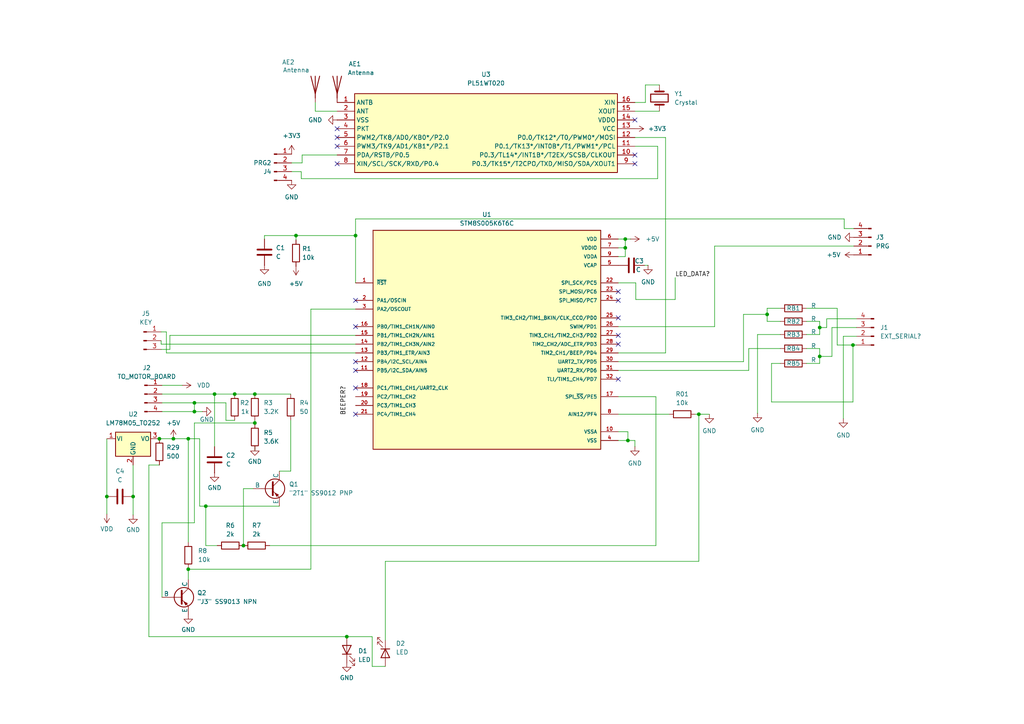
<source format=kicad_sch>
(kicad_sch (version 20231120) (generator "eeschema") (generator_version "8.0")
  (paper "A4")
  (lib_symbols
    (symbol "Connector:Conn_01x03_Pin" (pin_names (offset 1.016) hide)
      (property "Reference" "J" (at 0 5.08 0))
      (property "Value" "Conn_01x03_Pin" (at 0 -5.08 0))
      (symbol "Conn_01x03_Pin_1_1"
        (polyline (pts (xy 1.27 -2.54) (xy 0.8636 -2.54)) (stroke (width 0.1524)))
        (polyline (pts (xy 1.27 0) (xy 0.8636 0)) (stroke (width 0.1524)))
        (polyline (pts (xy 1.27 2.54) (xy 0.8636 2.54)) (stroke (width 0.1524)))
        (rectangle (start 0.8636 -2.413) (end 0 -2.667) (stroke (width 0.1524)) (fill (type outline)))
        (rectangle (start 0.8636 0.127) (end 0 -0.127) (stroke (width 0.1524)) (fill (type outline)))
        (rectangle (start 0.8636 2.667) (end 0 2.413) (stroke (width 0.1524)) (fill (type outline)))
        (pin passive line (at 5.08 2.54 180) (length 3.81) (name "Pin_1") (number "1"))
        (pin passive line (at 5.08 0 180) (length 3.81) (name "Pin_2") (number "2"))
        (pin passive line (at 5.08 -2.54 180) (length 3.81) (name "Pin_3") (number "3"))
      )
    )
    (symbol "Connector:Conn_01x04_Pin" (pin_names (offset 1.016) hide)
      (property "Reference" "J" (at 0 5.08 0))
      (property "Value" "Conn_01x04_Pin" (at 0 -7.62 0))
      (symbol "Conn_01x04_Pin_1_1"
        (polyline (pts (xy 1.27 -5.08) (xy 0.8636 -5.08)) (stroke (width 0.1524)))
        (polyline (pts (xy 1.27 -2.54) (xy 0.8636 -2.54)) (stroke (width 0.1524)))
        (polyline (pts (xy 1.27 0) (xy 0.8636 0)) (stroke (width 0.1524)))
        (polyline (pts (xy 1.27 2.54) (xy 0.8636 2.54)) (stroke (width 0.1524)))
        (rectangle (start 0.8636 -4.953) (end 0 -5.207) (stroke (width 0.1524)) (fill (type outline)))
        (rectangle (start 0.8636 -2.413) (end 0 -2.667) (stroke (width 0.1524)) (fill (type outline)))
        (rectangle (start 0.8636 0.127) (end 0 -0.127) (stroke (width 0.1524)) (fill (type outline)))
        (rectangle (start 0.8636 2.667) (end 0 2.413) (stroke (width 0.1524)) (fill (type outline)))
        (pin passive line (at 5.08 2.54 180) (length 3.81) (name "Pin_1") (number "1"))
        (pin passive line (at 5.08 0 180) (length 3.81) (name "Pin_2") (number "2"))
        (pin passive line (at 5.08 -2.54 180) (length 3.81) (name "Pin_3") (number "3"))
        (pin passive line (at 5.08 -5.08 180) (length 3.81) (name "Pin_4") (number "4"))
      )
    )
    (symbol "Device:Antenna" (pin_numbers hide) (pin_names (offset 1.016) hide)
      (property "Reference" "AE" (at -1.905 1.905 0))
      (property "Value" "Antenna" (at -1.905 0 0))
      (symbol "Antenna_0_1"
        (polyline (pts (xy 0 2.54) (xy 0 -3.81)) (stroke (width 0.254)))
        (polyline (pts (xy 1.27 2.54) (xy 0 -2.54) (xy -1.27 2.54)) (stroke (width 0.254)))
      )
      (symbol "Antenna_1_1"
        (pin input line (at 0 -5.08 90) (length 2.54) (name "A") (number "1"))
      )
    )
    (symbol "Device:C" (pin_numbers hide) (pin_names (offset 0.254))
      (property "Reference" "C" (at 0.635 2.54 0))
      (property "Value" "C" (at 0.635 -2.54 0))
      (symbol "C_0_1"
        (polyline (pts (xy -2.032 -0.762) (xy 2.032 -0.762)) (stroke (width 0.508)))
        (polyline (pts (xy -2.032 0.762) (xy 2.032 0.762)) (stroke (width 0.508)))
      )
      (symbol "C_1_1"
        (pin passive line (at 0 3.81 270) (length 2.794) (name "~") (number "1"))
        (pin passive line (at 0 -3.81 90) (length 2.794) (name "~") (number "2"))
      )
    )
    (symbol "Device:Crystal" (pin_numbers hide) (pin_names (offset 1.016) hide)
      (property "Reference" "Y" (at 0 3.81 0))
      (property "Value" "Crystal" (at 0 -3.81 0))
      (symbol "Crystal_0_1"
        (rectangle (start -1.143 2.54) (end 1.143 -2.54) (stroke (width 0.3048)))
        (polyline (pts (xy -2.54 0) (xy -1.905 0)))
        (polyline (pts (xy -1.905 -1.27) (xy -1.905 1.27)) (stroke (width 0.508)))
        (polyline (pts (xy 1.905 -1.27) (xy 1.905 1.27)) (stroke (width 0.508)))
        (polyline (pts (xy 2.54 0) (xy 1.905 0)))
      )
      (symbol "Crystal_1_1"
        (pin passive line (at -3.81 0 0) (length 1.27) (name "1") (number "1"))
        (pin passive line (at 3.81 0 180) (length 1.27) (name "2") (number "2"))
      )
    )
    (symbol "Device:LED" (pin_numbers hide) (pin_names (offset 1.016) hide)
      (property "Reference" "D" (at 0 2.54 0))
      (property "Value" "LED" (at 0 -2.54 0))
      (symbol "LED_0_1"
        (polyline (pts (xy -1.27 -1.27) (xy -1.27 1.27)) (stroke (width 0.254)))
        (polyline (pts (xy -1.27 0) (xy 1.27 0)))
        (polyline (pts (xy 1.27 -1.27) (xy 1.27 1.27) (xy -1.27 0) (xy 1.27 -1.27)) (stroke (width 0.254)))
        (polyline (pts (xy -3.048 -0.762) (xy -4.572 -2.286) (xy -3.81 -2.286) (xy -4.572 -2.286) (xy -4.572 -1.524)))
        (polyline (pts (xy -1.778 -0.762) (xy -3.302 -2.286) (xy -2.54 -2.286) (xy -3.302 -2.286) (xy -3.302 -1.524)))
      )
      (symbol "LED_1_1"
        (pin passive line (at -3.81 0 0) (length 2.54) (name "K") (number "1"))
        (pin passive line (at 3.81 0 180) (length 2.54) (name "A") (number "2"))
      )
    )
    (symbol "Device:R" (pin_numbers hide) (pin_names (offset 0))
      (property "Reference" "R" (at 2.032 0 90))
      (property "Value" "R" (at 0 0 90))
      (symbol "R_0_1"
        (rectangle (start -1.016 -2.54) (end 1.016 2.54) (stroke (width 0.254)))
      )
      (symbol "R_1_1"
        (pin passive line (at 0 3.81 270) (length 1.27) (name "~") (number "1"))
        (pin passive line (at 0 -3.81 90) (length 1.27) (name "~") (number "2"))
      )
    )
    (symbol "Regulator_Linear:LM78M05_TO252" (pin_names (offset 0.254))
      (property "Reference" "U" (at -3.81 3.175 0))
      (property "Value" "LM78M05_TO252" (at 0 3.175 0))
      (symbol "LM78M05_TO252_0_1"
        (rectangle (start -5.08 1.905) (end 5.08 -5.08) (stroke (width 0.254)) (fill (type background)))
      )
      (symbol "LM78M05_TO252_1_1"
        (pin power_in line (at -7.62 0 0) (length 2.54) (name "VI") (number "1"))
        (pin power_in line (at 0 -7.62 90) (length 2.54) (name "GND") (number "2"))
        (pin power_out line (at 7.62 0 180) (length 2.54) (name "VO") (number "3"))
      )
    )
    (symbol "Simulation_SPICE:PNP" (pin_numbers hide) (pin_names (offset 0))
      (property "Reference" "Q" (at -2.54 7.62 0))
      (property "Value" "PNP" (at -2.54 5.08 0))
      (symbol "PNP_0_1"
        (polyline (pts (xy -2.54 0) (xy 0.635 0)) (stroke (width 0.1524)))
        (polyline (pts (xy 0.635 0.635) (xy 2.54 2.54)))
        (polyline (pts (xy 0.635 -0.635) (xy 2.54 -2.54) (xy 2.54 -2.54)))
        (polyline (pts (xy 0.635 1.905) (xy 0.635 -1.905) (xy 0.635 -1.905)) (stroke (width 0.508)))
        (polyline (pts (xy 2.286 -1.778) (xy 1.778 -2.286) (xy 1.27 -1.27) (xy 2.286 -1.778) (xy 2.286 -1.778)) (fill (type outline)))
        (circle (center 1.27 0) (radius 2.8194) (stroke (width 0.254)))
      )
      (symbol "PNP_1_1"
        (pin open_collector line (at 2.54 5.08 270) (length 2.54) (name "C") (number "1"))
        (pin input line (at -5.08 0 0) (length 2.54) (name "B") (number "2"))
        (pin open_emitter line (at 2.54 -5.08 90) (length 2.54) (name "E") (number "3"))
      )
    )
    (symbol "pl51wt020:PL51WT020"
      (property "Reference" "U" (at 5.08 6.35 0))
      (property "Value" "PL51WT020" (at 5.08 3.81 0))
      (symbol "PL51WT020_1_1"
        (rectangle (start 5.08 2.54) (end 81.28 -20.32) (stroke (width 0.254)) (fill (type background)))
        (pin tri_state line (at 0 0 0) (length 5.08) (name "ANTB") (number "1"))
        (pin tri_state line (at 86.36 -15.24 180) (length 5.08) (name "P0.3/TL14*/INT1B*/T2EX/SCSB/CLKOUT") (number "10"))
        (pin tri_state line (at 86.36 -12.7 180) (length 5.08) (name "P0.1/TK13*/INT0B*/T1/PWM1*/PCL") (number "11"))
        (pin tri_state line (at 86.36 -10.16 180) (length 5.08) (name "P0.0/TK12*/T0/PWM0*/MOSI") (number "12"))
        (pin power_in line (at 86.36 -7.62 180) (length 5.08) (name "VCC") (number "13"))
        (pin power_out line (at 86.36 -5.08 180) (length 5.08) (name "VDDO") (number "14"))
        (pin input line (at 86.36 -2.54 180) (length 5.08) (name "XOUT") (number "15"))
        (pin input line (at 86.36 0 180) (length 5.08) (name "XIN") (number "16"))
        (pin tri_state line (at 0 -2.54 0) (length 5.08) (name "ANT") (number "2"))
        (pin power_in line (at 0 -5.08 0) (length 5.08) (name "VSS") (number "3"))
        (pin tri_state line (at 0 -7.62 0) (length 5.08) (name "PKT") (number "4"))
        (pin tri_state line (at 0 -10.16 0) (length 5.08) (name "PWM2/TK8/AD0/KB0*/P2.0") (number "5"))
        (pin tri_state line (at 0 -12.7 0) (length 5.08) (name "PWM3/TK9/AD1/KB1*/P2.1") (number "6"))
        (pin tri_state line (at 0 -15.24 0) (length 5.08) (name "PDA/RSTB/P0.5") (number "7"))
        (pin input line (at 0 -17.78 0) (length 5.08) (name "XIN/SCL/SCK/RXD/P0.4") (number "8"))
        (pin tri_state line (at 86.36 -17.78 180) (length 5.08) (name "P0.3/TK15*/T2CPO/TXD/MISO/SDA/XOUT1") (number "9"))
      )
    )
    (symbol "power:+3V3" (power) (pin_numbers hide) (pin_names (offset 0) hide)
      (property "Value" "+3V3" (at 0 3.556 0))
      (symbol "+3V3_0_1"
        (polyline (pts (xy -0.762 1.27) (xy 0 2.54)))
        (polyline (pts (xy 0 0) (xy 0 2.54)))
        (polyline (pts (xy 0 2.54) (xy 0.762 1.27)))
      )
      (symbol "+3V3_1_1"
        (pin power_in line (at 0 0 90) (length 0) (name "~") (number "1"))
      )
    )
    (symbol "power:+5V" (power) (pin_numbers hide) (pin_names (offset 0) hide)
      (property "Value" "+5V" (at 0 3.556 0))
      (symbol "+5V_0_1"
        (polyline (pts (xy -0.762 1.27) (xy 0 2.54)))
        (polyline (pts (xy 0 0) (xy 0 2.54)))
        (polyline (pts (xy 0 2.54) (xy 0.762 1.27)))
      )
      (symbol "+5V_1_1"
        (pin power_in line (at 0 0 90) (length 0) (name "~") (number "1"))
      )
    )
    (symbol "power:GND" (power) (pin_numbers hide) (pin_names (offset 0) hide)
      (property "Value" "GND" (at 0 -3.81 0))
      (symbol "GND_0_1"
        (polyline (pts (xy 0 0) (xy 0 -1.27) (xy 1.27 -1.27) (xy 0 -2.54) (xy -1.27 -1.27) (xy 0 -1.27)))
      )
      (symbol "GND_1_1"
        (pin power_in line (at 0 0 270) (length 0) (name "~") (number "1"))
      )
    )
    (symbol "power:VDD" (power) (pin_numbers hide) (pin_names (offset 0) hide)
      (property "Value" "VDD" (at 0 3.556 0))
      (symbol "VDD_0_1"
        (polyline (pts (xy -0.762 1.27) (xy 0 2.54)))
        (polyline (pts (xy 0 0) (xy 0 2.54)))
        (polyline (pts (xy 0 2.54) (xy 0.762 1.27)))
      )
      (symbol "VDD_1_1"
        (pin power_in line (at 0 0 90) (length 0) (name "~") (number "1"))
      )
    )
    (symbol "stm8005k6:STM8S005K6T6C" (pin_names (offset 1.016))
      (property "Reference" "U" (at -33.02 33.782 0))
      (property "Value" "STM8S005K6T6C" (at -33.02 -33.02 0))
      (symbol "STM8S005K6T6C_0_0"
        (rectangle (start -33.02 -30.48) (end 33.02 33.02) (stroke (width 0.254)) (fill (type background)))
        (pin bidirectional line (at -38.1 17.78 0) (length 5.08) (name "~{RST}") (number "1"))
        (pin power_in line (at 38.1 -25.4 180) (length 5.08) (name "VSSA") (number "10"))
        (pin bidirectional line (at -38.1 -7.62 0) (length 5.08) (name "PB5/I2C_SDA/AIN5") (number "11"))
        (pin bidirectional line (at -38.1 -5.08 0) (length 5.08) (name "PB4/I2C_SCL/AIN4") (number "12"))
        (pin bidirectional line (at -38.1 -2.54 0) (length 5.08) (name "PB3/TIM1_ETR/AIN3") (number "13"))
        (pin bidirectional line (at -38.1 0 0) (length 5.08) (name "PB2/TIM1_CH3N/AIN2") (number "14"))
        (pin bidirectional line (at -38.1 2.54 0) (length 5.08) (name "PB1/TIM1_CH2N/AIN1") (number "15"))
        (pin bidirectional line (at -38.1 5.08 0) (length 5.08) (name "PB0/TIM1_CH1N/AIN0") (number "16"))
        (pin bidirectional line (at 38.1 -15.24 180) (length 5.08) (name "SPI_~{SS}/PE5") (number "17"))
        (pin bidirectional line (at -38.1 -12.7 0) (length 5.08) (name "PC1/TIM1_CH1/UART2_CLK") (number "18"))
        (pin bidirectional line (at -38.1 -15.24 0) (length 5.08) (name "PC2/TIM1_CH2") (number "19"))
        (pin bidirectional line (at -38.1 12.7 0) (length 5.08) (name "PA1/OSCIN") (number "2"))
        (pin bidirectional line (at -38.1 -17.78 0) (length 5.08) (name "PC3/TIM1_CH3") (number "20"))
        (pin bidirectional line (at -38.1 -20.32 0) (length 5.08) (name "PC4/TIM1_CH4") (number "21"))
        (pin bidirectional line (at 38.1 17.78 180) (length 5.08) (name "SPI_SCK/PC5") (number "22"))
        (pin bidirectional line (at 38.1 15.24 180) (length 5.08) (name "SPI_MOSI/PC6") (number "23"))
        (pin bidirectional line (at 38.1 12.7 180) (length 5.08) (name "SPI_MISO/PC7") (number "24"))
        (pin bidirectional line (at 38.1 7.62 180) (length 5.08) (name "TIM3_CH2/TIM1_BKIN/CLK_CCO/PD0") (number "25"))
        (pin bidirectional line (at 38.1 5.08 180) (length 5.08) (name "SWIM/PD1") (number "26"))
        (pin bidirectional line (at 38.1 2.54 180) (length 5.08) (name "TIM3_CH1/TIM2_CH3/PD2") (number "27"))
        (pin bidirectional line (at 38.1 0 180) (length 5.08) (name "TIM2_CH2/ADC_ETR/PD3") (number "28"))
        (pin bidirectional line (at 38.1 -2.54 180) (length 5.08) (name "TIM2_CH1/BEEP/PD4") (number "29"))
        (pin bidirectional line (at -38.1 10.16 0) (length 5.08) (name "PA2/OSCOUT") (number "3"))
        (pin bidirectional line (at 38.1 -5.08 180) (length 5.08) (name "UART2_TX/PD5") (number "30"))
        (pin bidirectional line (at 38.1 -7.62 180) (length 5.08) (name "UART2_RX/PD6") (number "31"))
        (pin bidirectional line (at 38.1 -10.16 180) (length 5.08) (name "TLI/TIM1_CH4/PD7") (number "32"))
        (pin power_in line (at 38.1 -27.94 180) (length 5.08) (name "VSS") (number "4"))
        (pin power_in line (at 38.1 22.86 180) (length 5.08) (name "VCAP") (number "5"))
        (pin power_in line (at 38.1 30.48 180) (length 5.08) (name "VDD") (number "6"))
        (pin power_in line (at 38.1 27.94 180) (length 5.08) (name "VDDIO") (number "7"))
        (pin bidirectional line (at 38.1 -20.32 180) (length 5.08) (name "AIN12/PF4") (number "8"))
        (pin power_in line (at 38.1 25.4 180) (length 5.08) (name "VDDA") (number "9"))
      )
    )
  )
  (junction (at 73.914 122.682))
  (junction (at 73.914 114.3))
  (junction (at 222.504 91.186))
  (junction (at 56.388 116.84))
  (junction (at 237.744 94.996))
  (junction (at 70.612 158.242))
  (junction (at 85.852 68.326))
  (junction (at 56.388 119.38))
  (junction (at 182.118 127.762))
  (junction (at 237.744 103.378))
  (junction (at 54.61 165.1))
  (junction (at 100.584 184.658))
  (junction (at 181.356 69.342))
  (junction (at 202.692 120.142))
  (junction (at 68.072 114.3))
  (junction (at 59.69 146.812))
  (junction (at 30.988 144.018))
  (junction (at 103.124 68.326))
  (junction (at 54.61 127.254))
  (junction (at 247.396 100.076))
  (junction (at 62.23 114.3))
  (junction (at 38.608 144.018))
  (junction (at 181.356 71.882))
  (junction (at 46.228 127.254))
  (junction (at 50.292 127.254))
  (no_connect (at 97.79 42.418))
  (no_connect (at 184.15 34.798))
  (no_connect (at 103.124 104.902))
  (no_connect (at 179.324 87.122))
  (no_connect (at 97.79 37.338))
  (no_connect (at 179.324 99.822))
  (no_connect (at 179.324 109.982))
  (no_connect (at 103.124 87.122))
  (no_connect (at 103.124 107.442))
  (no_connect (at 103.124 120.142))
  (no_connect (at 103.124 94.742))
  (no_connect (at 97.79 47.498))
  (no_connect (at 97.79 39.878))
  (no_connect (at 179.324 84.582))
  (no_connect (at 103.124 112.522))
  (no_connect (at 184.15 47.498))
  (no_connect (at 179.324 97.282))
  (no_connect (at 179.324 92.202))
  (no_connect (at 184.15 44.958))
  (wire (pts (xy 103.124 63.5) (xy 244.856 63.5)))
  (wire (pts (xy 73.914 114.3) (xy 84.328 114.3)))
  (wire (pts (xy 87.63 44.958) (xy 97.79 44.958)))
  (wire (pts (xy 46.736 99.822) (xy 46.736 98.806)))
  (wire (pts (xy 90.17 89.662) (xy 103.124 89.662)))
  (wire (pts (xy 65.532 121.92) (xy 68.072 121.92)))
  (wire (pts (xy 179.324 120.142) (xy 194.056 120.142)))
  (wire (pts (xy 49.276 97.282) (xy 103.124 97.282)))
  (wire (pts (xy 239.776 92.456) (xy 248.412 92.456)))
  (wire (pts (xy 187.198 24.638) (xy 191.262 24.638)))
  (wire (pts (xy 222.504 89.408) (xy 222.504 91.186)))
  (wire (pts (xy 38.608 149.352) (xy 38.608 144.018)))
  (wire (pts (xy 184.15 39.878) (xy 193.04 39.878)))
  (wire (pts (xy 56.388 119.38) (xy 58.674 119.38)))
  (wire (pts (xy 190.246 158.242) (xy 190.246 115.062)))
  (wire (pts (xy 49.276 101.346) (xy 46.736 101.346)))
  (wire (pts (xy 46.99 116.84) (xy 56.388 116.84)))
  (wire (pts (xy 215.646 91.186) (xy 215.646 104.902)))
  (wire (pts (xy 65.532 116.84) (xy 65.532 121.92)))
  (wire (pts (xy 248.412 100.076) (xy 247.396 100.076)))
  (wire (pts (xy 207.264 94.742) (xy 207.264 71.374)))
  (wire (pts (xy 84.328 121.92) (xy 84.328 136.652)))
  (wire (pts (xy 187.198 29.718) (xy 187.198 24.638)))
  (wire (pts (xy 244.856 63.5) (xy 244.856 66.294)))
  (wire (pts (xy 202.692 120.142) (xy 205.74 120.142)))
  (wire (pts (xy 217.17 101.092) (xy 226.314 101.092)))
  (wire (pts (xy 239.776 94.996) (xy 239.776 92.456)))
  (wire (pts (xy 179.324 125.222) (xy 182.118 125.222)))
  (wire (pts (xy 54.61 127.254) (xy 57.912 127.254)))
  (wire (pts (xy 184.15 29.718) (xy 187.198 29.718)))
  (wire (pts (xy 242.824 100.076) (xy 242.824 89.408)))
  (wire (pts (xy 181.356 74.422) (xy 181.356 71.882)))
  (wire (pts (xy 182.118 125.222) (xy 182.118 127.762)))
  (wire (pts (xy 179.324 82.042) (xy 184.404 82.042)))
  (wire (pts (xy 87.376 51.816) (xy 87.376 49.784)))
  (wire (pts (xy 184.404 86.868) (xy 195.834 86.868)))
  (wire (pts (xy 219.71 97.028) (xy 219.71 119.888)))
  (wire (pts (xy 182.88 69.342) (xy 181.356 69.342)))
  (wire (pts (xy 43.18 134.874) (xy 46.228 134.874)))
  (wire (pts (xy 85.852 68.326) (xy 85.852 69.596)))
  (wire (pts (xy 49.276 97.282) (xy 49.276 101.346)))
  (wire (pts (xy 46.99 111.76) (xy 52.832 111.76)))
  (wire (pts (xy 103.124 102.362) (xy 48.26 102.362)))
  (wire (pts (xy 179.324 127.762) (xy 182.118 127.762)))
  (wire (pts (xy 62.23 114.3) (xy 62.23 129.54)))
  (wire (pts (xy 59.69 158.242) (xy 62.992 158.242)))
  (wire (pts (xy 237.744 94.996) (xy 237.744 93.218)))
  (wire (pts (xy 78.232 158.242) (xy 190.246 158.242)))
  (wire (pts (xy 91.44 32.258) (xy 91.44 29.718)))
  (wire (pts (xy 107.95 193.294) (xy 111.76 193.294)))
  (wire (pts (xy 111.76 162.814) (xy 202.692 162.814)))
  (wire (pts (xy 184.15 127.762) (xy 184.15 129.54)))
  (wire (pts (xy 76.708 69.342) (xy 76.708 68.326)))
  (wire (pts (xy 223.774 105.41) (xy 223.774 116.586)))
  (wire (pts (xy 233.934 101.092) (xy 237.744 101.092)))
  (wire (pts (xy 244.856 66.294) (xy 247.65 66.294)))
  (wire (pts (xy 84.328 136.652) (xy 81.026 136.652)))
  (wire (pts (xy 179.324 104.902) (xy 215.646 104.902)))
  (wire (pts (xy 73.914 122.936) (xy 73.914 122.682)))
  (wire (pts (xy 103.124 68.326) (xy 103.124 82.042)))
  (wire (pts (xy 233.934 97.028) (xy 237.744 97.028)))
  (wire (pts (xy 38.608 144.018) (xy 38.608 134.874)))
  (wire (pts (xy 30.988 149.098) (xy 30.988 144.018)))
  (wire (pts (xy 57.912 127.254) (xy 57.912 146.812)))
  (wire (pts (xy 181.356 69.342) (xy 179.324 69.342)))
  (wire (pts (xy 46.99 114.3) (xy 62.23 114.3)))
  (wire (pts (xy 46.99 151.638) (xy 56.388 151.638)))
  (wire (pts (xy 242.824 89.408) (xy 233.934 89.408)))
  (wire (pts (xy 50.292 127.254) (xy 54.61 127.254)))
  (wire (pts (xy 179.324 107.442) (xy 217.17 107.442)))
  (wire (pts (xy 62.23 114.3) (xy 68.072 114.3)))
  (wire (pts (xy 46.99 173.228) (xy 46.99 151.638)))
  (wire (pts (xy 179.324 102.362) (xy 193.04 102.362)))
  (wire (pts (xy 59.69 146.812) (xy 81.026 146.812)))
  (wire (pts (xy 241.3 94.996) (xy 248.412 94.996)))
  (wire (pts (xy 237.744 103.378) (xy 241.3 103.378)))
  (wire (pts (xy 186.944 76.962) (xy 187.96 76.962)))
  (wire (pts (xy 87.376 51.816) (xy 190.754 51.816)))
  (wire (pts (xy 30.988 144.018) (xy 30.988 127.254)))
  (wire (pts (xy 247.396 116.586) (xy 247.396 100.076)))
  (wire (pts (xy 222.504 91.186) (xy 215.646 91.186)))
  (wire (pts (xy 190.754 42.418) (xy 190.754 51.816)))
  (wire (pts (xy 43.18 184.658) (xy 43.18 134.874)))
  (wire (pts (xy 57.912 146.812) (xy 59.69 146.812)))
  (wire (pts (xy 193.04 102.362) (xy 193.04 39.878)))
  (wire (pts (xy 46.228 127.254) (xy 50.292 127.254)))
  (wire (pts (xy 237.744 97.028) (xy 237.744 94.996)))
  (wire (pts (xy 184.15 32.258) (xy 191.262 32.258)))
  (wire (pts (xy 223.774 116.586) (xy 247.396 116.586)))
  (wire (pts (xy 87.63 47.244) (xy 84.582 47.244)))
  (wire (pts (xy 226.314 97.028) (xy 219.71 97.028)))
  (wire (pts (xy 54.61 164.846) (xy 54.61 165.1)))
  (wire (pts (xy 179.324 94.742) (xy 207.264 94.742)))
  (wire (pts (xy 46.99 119.38) (xy 56.388 119.38)))
  (wire (pts (xy 100.584 184.658) (xy 43.18 184.658)))
  (wire (pts (xy 179.324 71.882) (xy 181.356 71.882)))
  (wire (pts (xy 237.744 101.092) (xy 237.744 103.378)))
  (wire (pts (xy 247.396 100.076) (xy 242.824 100.076)))
  (wire (pts (xy 207.264 71.374) (xy 247.65 71.374)))
  (wire (pts (xy 181.356 71.882) (xy 181.356 69.342)))
  (wire (pts (xy 184.404 82.042) (xy 184.404 86.868)))
  (wire (pts (xy 59.69 146.812) (xy 59.69 158.242)))
  (wire (pts (xy 97.79 32.258) (xy 91.44 32.258)))
  (wire (pts (xy 244.602 97.536) (xy 248.412 97.536)))
  (wire (pts (xy 68.072 114.3) (xy 73.914 114.3)))
  (wire (pts (xy 73.914 130.556) (xy 73.914 129.54)))
  (wire (pts (xy 237.744 105.41) (xy 233.934 105.41)))
  (wire (pts (xy 56.388 122.682) (xy 73.914 122.682)))
  (wire (pts (xy 70.612 141.732) (xy 70.612 158.242)))
  (wire (pts (xy 226.314 105.41) (xy 223.774 105.41)))
  (wire (pts (xy 241.3 103.378) (xy 241.3 94.996)))
  (wire (pts (xy 237.744 93.218) (xy 233.934 93.218)))
  (wire (pts (xy 222.504 93.218) (xy 226.314 93.218)))
  (wire (pts (xy 103.124 68.326) (xy 103.124 63.5)))
  (wire (pts (xy 107.95 184.658) (xy 107.95 193.294)))
  (wire (pts (xy 179.324 74.422) (xy 181.356 74.422)))
  (wire (pts (xy 190.246 115.062) (xy 179.324 115.062)))
  (wire (pts (xy 217.17 107.442) (xy 217.17 101.092)))
  (wire (pts (xy 111.76 185.674) (xy 111.76 162.814)))
  (wire (pts (xy 90.17 165.1) (xy 54.61 165.1)))
  (wire (pts (xy 90.17 89.662) (xy 90.17 165.1)))
  (wire (pts (xy 48.26 96.266) (xy 46.736 96.266)))
  (wire (pts (xy 201.676 120.142) (xy 202.692 120.142)))
  (wire (pts (xy 226.314 89.408) (xy 222.504 89.408)))
  (wire (pts (xy 103.124 99.822) (xy 46.736 99.822)))
  (wire (pts (xy 182.118 127.762) (xy 184.15 127.762)))
  (wire (pts (xy 195.834 80.518) (xy 195.834 86.868)))
  (wire (pts (xy 87.63 44.958) (xy 87.63 47.244)))
  (wire (pts (xy 54.61 165.1) (xy 54.61 168.148)))
  (wire (pts (xy 237.744 103.378) (xy 237.744 105.41)))
  (wire (pts (xy 56.388 116.84) (xy 65.532 116.84)))
  (wire (pts (xy 202.692 120.142) (xy 202.692 162.814)))
  (wire (pts (xy 100.584 184.658) (xy 107.95 184.658)))
  (wire (pts (xy 237.744 94.996) (xy 239.776 94.996)))
  (wire (pts (xy 184.15 42.418) (xy 190.754 42.418)))
  (wire (pts (xy 56.388 151.638) (xy 56.388 122.682)))
  (wire (pts (xy 73.406 141.732) (xy 70.612 141.732)))
  (wire (pts (xy 76.708 68.326) (xy 85.852 68.326)))
  (wire (pts (xy 56.388 116.84) (xy 56.388 119.38)))
  (wire (pts (xy 244.602 121.412) (xy 244.602 97.536)))
  (wire (pts (xy 85.852 68.326) (xy 103.124 68.326)))
  (wire (pts (xy 54.61 127.254) (xy 54.61 157.226)))
  (wire (pts (xy 73.914 122.682) (xy 73.914 121.92)))
  (wire (pts (xy 222.504 91.186) (xy 222.504 93.218)))
  (wire (pts (xy 87.376 49.784) (xy 84.582 49.784)))
  (wire (pts (xy 48.26 102.362) (xy 48.26 96.266)))
  (label "BEEPER?" (at 100.584 120.396 90))
  (label "LED_DATA?" (at 195.834 80.518 0))
  (symbol (lib_id "power:+5V") (at 85.852 77.216 180) (unit 1)
    (property "Reference" "#PWR02" (effects (hide yes)))
    (property "Value" "+5V" (at 85.852 82.296 0))
    (property "Description" "Power symbol creates a global label with name \"+5V\"" (effects (hide yes)))
  )
  (symbol (lib_id "Device:LED") (at 100.584 188.468 90) (unit 1)
    (property "Reference" "D1" (at 103.886 188.7854 90) (effects (justify right)))
    (property "Value" "LED" (at 103.886 191.3254 90) (effects (justify right)))
    (property "Description" "Light emitting diode" (effects (hide yes)))
  )
  (symbol (lib_id "power:+5V") (at 182.88 69.342 270) (unit 1)
    (property "Reference" "#PWR023" (effects (hide yes)))
    (property "Value" "+5V" (at 187.198 69.3419 90) (effects (justify left)))
    (property "Description" "Power symbol creates a global label with name \"+5V\"" (effects (hide yes)))
  )
  (symbol (lib_id "power:GND") (at 84.582 52.324 0) (unit 1)
    (property "Reference" "#PWR021" (effects (hide yes)))
    (property "Value" "GND" (at 84.582 57.15 0))
    (property "Description" "Power symbol creates a global label with name \"GND\" , ground" (effects (hide yes)))
  )
  (symbol (lib_id "power:GND") (at 244.602 121.412 0) (unit 1)
    (property "Reference" "#PWR05" (effects (hide yes)))
    (property "Value" "GND" (at 244.602 126.238 0))
    (property "Description" "Power symbol creates a global label with name \"GND\" , ground" (effects (hide yes)))
  )
  (symbol (lib_id "Device:R") (at 73.914 118.11 0) (unit 1)
    (property "Reference" "R3" (at 76.454 116.8399 0) (effects (justify left)))
    (property "Value" "3.2K" (at 76.454 119.3799 0) (effects (justify left)))
    (property "Description" "Resistor" (effects (hide yes)))
  )
  (symbol (lib_id "Device:R") (at 54.61 161.036 0) (unit 1)
    (property "Reference" "R8" (at 57.404 159.7659 0) (effects (justify left)))
    (property "Value" "10k" (at 57.404 162.3059 0) (effects (justify left)))
    (property "Description" "Resistor" (effects (hide yes)))
  )
  (symbol (lib_id "power:GND") (at 38.608 149.352 0) (unit 1)
    (property "Reference" "#PWR011" (effects (hide yes)))
    (property "Value" "GND" (at 38.608 153.67 0))
    (property "Description" "Power symbol creates a global label with name \"GND\" , ground" (effects (hide yes)))
  )
  (symbol (lib_id "Device:R") (at 68.072 118.11 0) (unit 1)
    (property "Reference" "R2" (at 69.596 116.84 0) (effects (justify left)))
    (property "Value" "1k" (at 69.85 119.38 0) (effects (justify left)))
    (property "Description" "Resistor" (effects (hide yes)))
  )
  (symbol (lib_id "Device:R") (at 230.124 101.092 90) (unit 1)
    (property "Reference" "RB4" (at 230.124 101.092 90))
    (property "Value" "R" (at 235.966 100.33 90))
    (property "Description" "Resistor" (effects (hide yes)))
  )
  (symbol (lib_id "power:GND") (at 73.914 129.54 0) (unit 1)
    (property "Reference" "#PWR014" (effects (hide yes)))
    (property "Value" "GND" (at 73.914 133.858 0))
    (property "Description" "Power symbol creates a global label with name \"GND\" , ground" (effects (hide yes)))
  )
  (symbol (lib_id "power:+3V3") (at 184.15 37.338 270) (unit 1)
    (property "Reference" "#PWR017" (effects (hide yes)))
    (property "Value" "+3V3" (at 187.96 37.3379 90) (effects (justify left)))
    (property "Description" "Power symbol creates a global label with name \"+3V3\"" (effects (hide yes)))
  )
  (symbol (lib_id "power:GND") (at 247.65 68.834 270) (unit 1)
    (property "Reference" "#PWR018" (effects (hide yes)))
    (property "Value" "GND" (at 244.094 68.8339 90) (effects (justify right)))
    (property "Description" "Power symbol creates a global label with name \"GND\" , ground" (effects (hide yes)))
  )
  (symbol (lib_id "Simulation_SPICE:PNP") (at 78.486 141.732 0) (unit 1)
    (property "Reference" "Q1" (at 83.82 140.4619 0) (effects (justify left)))
    (property "Value" "\"2T1\" SS9012 PNP" (at 83.82 143.0019 0) (effects (justify left)))
    (property "Datasheet" "https://ngspice.sourceforge.io/docs/ngspice-html-manual/manual.xhtml#cha_BJTs" (effects (hide yes)))
    (property "Description" "Bipolar transistor symbol for simulation only, substrate tied to the emitter" (effects (hide yes)))
    (property "Sim.Device" "PNP" (effects (hide yes)))
    (property "Sim.Type" "GUMMELPOON" (effects (hide yes)))
    (property "Sim.Pins" "1=C 2=B 3=E" (effects (hide yes)))
  )
  (symbol (lib_id "power:GND") (at 100.584 192.278 0) (unit 1)
    (property "Reference" "#PWR012" (effects (hide yes)))
    (property "Value" "GND" (at 100.584 196.596 0))
    (property "Description" "Power symbol creates a global label with name \"GND\" , ground" (effects (hide yes)))
  )
  (symbol (lib_id "Device:R") (at 230.124 105.41 90) (unit 1)
    (property "Reference" "RB5" (at 230.124 105.41 90))
    (property "Value" "R" (at 235.966 104.394 90))
    (property "Description" "Resistor" (effects (hide yes)))
  )
  (symbol (lib_id "Regulator_Linear:LM78M05_TO252") (at 38.608 127.254 0) (unit 1)
    (property "Reference" "U2" (at 38.608 120.142 0))
    (property "Value" "LM78M05_TO252" (at 38.608 122.682 0))
    (property "Footprint" "Package_TO_SOT_SMD:TO-252-2" (effects (hide yes)))
    (property "Datasheet" "https://www.onsemi.com/pub/Collateral/MC78M00-D.PDF" (effects (hide yes)))
    (property "Description" "Positive 500mA 35V Linear Regulator, Fixed Output 5V, TO-252 (D-PAK)" (effects (hide yes)))
  )
  (symbol (lib_id "power:+5V") (at 247.65 73.914 90) (unit 1)
    (property "Reference" "#PWR024" (effects (hide yes)))
    (property "Value" "+5V" (at 243.84 73.9139 90) (effects (justify left)))
    (property "Description" "Power symbol creates a global label with name \"+5V\"" (effects (hide yes)))
  )
  (symbol (lib_id "power:GND") (at 62.23 137.16 0) (unit 1)
    (property "Reference" "#PWR015" (effects (hide yes)))
    (property "Value" "GND" (at 62.23 141.478 0))
    (property "Description" "Power symbol creates a global label with name \"GND\" , ground" (effects (hide yes)))
  )
  (symbol (lib_id "Device:C") (at 62.23 133.35 180) (unit 1)
    (property "Reference" "C2" (at 65.532 132.0799 0) (effects (justify right)))
    (property "Value" "C" (at 65.532 134.6199 0) (effects (justify right)))
    (property "Description" "Unpolarized capacitor" (effects (hide yes)))
  )
  (symbol (lib_id "power:GND") (at 58.674 119.38 90) (unit 1)
    (property "Reference" "#PWR09" (effects (hide yes)))
    (property "Value" "GND" (at 57.912 121.666 90) (effects (justify right)))
    (property "Description" "Power symbol creates a global label with name \"GND\" , ground" (effects (hide yes)))
  )
  (symbol (lib_id "power:GND") (at 76.708 76.962 0) (unit 1)
    (property "Reference" "#PWR01" (effects (hide yes)))
    (property "Value" "GND" (at 76.708 82.296 0))
    (property "Description" "Power symbol creates a global label with name \"GND\" , ground" (effects (hide yes)))
  )
  (symbol (lib_id "pl51wt020:PL51WT020") (at 97.79 29.718 0) (unit 1)
    (property "Reference" "U3" (at 140.97 21.59 0))
    (property "Value" "PL51WT020" (at 140.97 24.13 0))
  )
  (symbol (lib_id "Device:Antenna") (at 97.79 24.638 0) (unit 1)
    (property "Reference" "AE1" (at 101.092 18.542 0) (effects (justify left)))
    (property "Value" "Antenna" (at 100.838 21.082 0) (effects (justify left)))
    (property "Description" "Antenna" (effects (hide yes)))
  )
  (symbol (lib_id "Device:C") (at 183.134 76.962 90) (unit 1)
    (property "Reference" "C3" (at 185.42 75.692 90))
    (property "Value" "C" (at 185.166 78.232 90))
    (property "Description" "Unpolarized capacitor" (effects (hide yes)))
  )
  (symbol (lib_id "power:GND") (at 54.61 178.308 0) (unit 1)
    (property "Reference" "#PWR016" (effects (hide yes)))
    (property "Value" "GND" (at 54.61 182.626 0))
    (property "Description" "Power symbol creates a global label with name \"GND\" , ground" (effects (hide yes)))
  )
  (symbol (lib_id "Connector:Conn_01x04_Pin") (at 41.91 114.3 0) (unit 1)
    (property "Reference" "J2" (at 42.545 106.68 0))
    (property "Value" "TO_MOTOR_BOARD" (at 42.545 109.22 0))
    (property "Description" "Generic connector, single row, 01x04, script generated" (effects (hide yes)))
  )
  (symbol (lib_id "power:GND") (at 184.15 129.54 0) (unit 1)
    (property "Reference" "#PWR06" (effects (hide yes)))
    (property "Value" "GND" (at 184.15 134.366 0))
    (property "Description" "Power symbol creates a global label with name \"GND\" , ground" (effects (hide yes)))
  )
  (symbol (lib_id "stm8005k6:STM8S005K6T6C") (at 141.224 99.822 0) (unit 1)
    (property "Reference" "U1" (at 141.224 62.23 0))
    (property "Value" "STM8S005K6T6C" (at 141.224 64.77 0))
    (property "Footprint" "STM8S005K6T6C:QFP80P900X900X160-32N" (effects (hide yes)))
    (property "MF" "STMicroelectronics" (effects (hide yes)))
    (property "MAXIMUM_PACKAGE_HEIGHT" "1.6mm" (effects (hide yes)))
    (property "Package" "LQFP-32 STMicroelectronics" (effects (hide yes)))
    (property "Price" "None" (effects (hide yes)))
    (property "Check_prices" "https://www.snapeda.com/parts/STM8S005K6T6C/STMicroelectronics/view-part/?ref=eda" (effects (hide yes)))
    (property "STANDARD" "IPC-7351B" (effects (hide yes)))
    (property "PARTREV" "5" (effects (hide yes)))
    (property "SnapEDA_Link" "https://www.snapeda.com/parts/STM8S005K6T6C/STMicroelectronics/view-part/?ref=snap" (effects (hide yes)))
    (property "MP" "STM8S005K6T6C" (effects (hide yes)))
    (property "Description_1" "\nSTM8A series Microcontroller IC 8-Bit 16MHz 32KB (32K x 8) FLASH 32-LQFP (7x7)\n" (effects (hide yes)))
    (property "Availability" "In Stock" (effects (hide yes)))
    (property "MANUFACTURER" "STMicroelectronics" (effects (hide yes)))
  )
  (symbol (lib_id "Device:R") (at 230.124 97.028 90) (unit 1)
    (property "Reference" "RB3" (at 230.124 97.028 90))
    (property "Value" "R" (at 235.966 96.266 90))
    (property "Description" "Resistor" (effects (hide yes)))
  )
  (symbol (lib_id "Device:R") (at 85.852 73.406 0) (unit 1)
    (property "Reference" "R1" (at 87.63 72.1359 0) (effects (justify left)))
    (property "Value" "10k" (at 87.63 74.6759 0) (effects (justify left)))
    (property "Description" "Resistor" (effects (hide yes)))
  )
  (symbol (lib_id "power:GND") (at 219.71 119.888 0) (unit 1)
    (property "Reference" "#PWR07" (effects (hide yes)))
    (property "Value" "GND" (at 219.71 124.714 0))
    (property "Description" "Power symbol creates a global label with name \"GND\" , ground" (effects (hide yes)))
  )
  (symbol (lib_id "power:GND") (at 205.74 120.142 0) (unit 1)
    (property "Reference" "#PWR020" (effects (hide yes)))
    (property "Value" "GND" (at 205.74 124.968 0))
    (property "Description" "Power symbol creates a global label with name \"GND\" , ground" (effects (hide yes)))
  )
  (symbol (lib_id "Device:R") (at 230.124 89.408 90) (unit 1)
    (property "Reference" "RB1" (at 230.124 89.408 90))
    (property "Value" "R" (at 235.966 88.646 90))
    (property "Description" "Resistor" (effects (hide yes)))
  )
  (symbol (lib_id "Connector:Conn_01x03_Pin") (at 41.656 98.806 0) (unit 1)
    (property "Reference" "J5" (at 42.291 90.932 0))
    (property "Value" "KEY" (at 42.291 93.472 0))
    (property "Description" "Generic connector, single row, 01x03, script generated" (effects (hide yes)))
  )
  (symbol (lib_id "Device:Crystal") (at 191.262 28.448 90) (unit 1)
    (property "Reference" "Y1" (at 195.58 27.1779 90) (effects (justify right)))
    (property "Value" "Crystal" (at 195.58 29.7179 90) (effects (justify right)))
    (property "Description" "Two pin crystal" (effects (hide yes)))
  )
  (symbol (lib_id "Simulation_SPICE:PNP") (at 52.07 173.228 0) (unit 1)
    (property "Reference" "Q2" (at 57.15 171.9579 0) (effects (justify left)))
    (property "Value" "\"J3\" SS9013 NPN" (at 57.15 174.4979 0) (effects (justify left)))
    (property "Datasheet" "https://ngspice.sourceforge.io/docs/ngspice-html-manual/manual.xhtml#cha_BJTs" (effects (hide yes)))
    (property "Description" "Bipolar transistor symbol for simulation only, substrate tied to the emitter" (effects (hide yes)))
    (property "Sim.Device" "PNP" (effects (hide yes)))
    (property "Sim.Type" "GUMMELPOON" (effects (hide yes)))
    (property "Sim.Pins" "1=C 2=B 3=E" (effects (hide yes)))
  )
  (symbol (lib_id "Device:R") (at 197.866 120.142 90) (unit 1)
    (property "Reference" "R01" (at 197.866 114.3 90))
    (property "Value" "10k" (at 197.866 116.84 90))
    (property "Description" "Resistor" (effects (hide yes)))
  )
  (symbol (lib_id "Device:R") (at 46.228 131.064 0) (unit 1)
    (property "Reference" "R29" (at 48.26 129.7939 0) (effects (justify left)))
    (property "Value" "500" (at 48.26 132.3339 0) (effects (justify left)))
    (property "Description" "Resistor" (effects (hide yes)))
  )
  (symbol (lib_id "Device:R") (at 74.422 158.242 90) (unit 1)
    (property "Reference" "R7" (at 74.422 152.4 90))
    (property "Value" "2k" (at 74.422 154.94 90))
    (property "Description" "Resistor" (effects (hide yes)))
  )
  (symbol (lib_id "Device:R") (at 230.124 93.218 90) (unit 1)
    (property "Reference" "RB2" (at 230.124 93.218 90))
    (property "Value" "R" (at 235.966 92.456 90))
    (property "Description" "Resistor" (effects (hide yes)))
  )
  (symbol (lib_id "Connector:Conn_01x04_Pin") (at 79.502 47.244 0) (unit 1)
    (property "Reference" "J4" (at 78.74 49.7841 0) (effects (justify right)))
    (property "Value" "PRG2" (at 78.74 47.2441 0) (effects (justify right)))
    (property "Description" "Generic connector, single row, 01x04, script generated" (effects (hide yes)))
  )
  (symbol (lib_id "Device:Antenna") (at 91.44 24.638 0) (unit 1)
    (property "Reference" "AE2" (at 81.788 18.034 0) (effects (justify left)))
    (property "Value" "Antenna" (at 82.042 20.32 0) (effects (justify left)))
    (property "Description" "Antenna" (effects (hide yes)))
  )
  (symbol (lib_id "power:GND") (at 97.79 34.798 270) (unit 1)
    (property "Reference" "#PWR013" (effects (hide yes)))
    (property "Value" "GND" (at 93.472 34.7979 90) (effects (justify right)))
    (property "Description" "Power symbol creates a global label with name \"GND\" , ground" (effects (hide yes)))
  )
  (symbol (lib_id "power:VDD") (at 30.988 149.098 180) (unit 1)
    (property "Reference" "#PWR010" (effects (hide yes)))
    (property "Value" "VDD" (at 30.988 153.416 0))
    (property "Description" "Power symbol creates a global label with name \"VDD\"" (effects (hide yes)))
  )
  (symbol (lib_id "Connector:Conn_01x04_Pin") (at 253.492 97.536 180) (unit 1)
    (property "Reference" "J1" (at 255.27 94.9959 0) (effects (justify right)))
    (property "Value" "EXT_SERIAL?" (at 255.27 97.5359 0) (effects (justify right)))
    (property "Description" "Generic connector, single row, 01x04, script generated" (effects (hide yes)))
  )
  (symbol (lib_id "power:VDD") (at 52.832 111.76 270) (unit 1)
    (property "Reference" "#PWR08" (effects (hide yes)))
    (property "Value" "VDD" (at 57.15 111.7599 90) (effects (justify left)))
    (property "Description" "Power symbol creates a global label with name \"VDD\"" (effects (hide yes)))
  )
  (symbol (lib_id "Device:C") (at 34.798 144.018 90) (unit 1)
    (property "Reference" "C4" (at 34.798 136.652 90))
    (property "Value" "C" (at 34.798 139.192 90))
    (property "Description" "Unpolarized capacitor" (effects (hide yes)))
  )
  (symbol (lib_id "Device:C") (at 76.708 73.152 0) (unit 1)
    (property "Reference" "C1" (at 80.01 71.8819 0) (effects (justify left)))
    (property "Value" "C" (at 80.01 74.4219 0) (effects (justify left)))
    (property "Description" "Unpolarized capacitor" (effects (hide yes)))
  )
  (symbol (lib_id "power:GND") (at 187.96 76.962 0) (unit 1)
    (property "Reference" "#PWR03" (effects (hide yes)))
    (property "Value" "GND" (at 187.96 81.788 0))
    (property "Description" "Power symbol creates a global label with name \"GND\" , ground" (effects (hide yes)))
  )
  (symbol (lib_id "Device:R") (at 84.328 118.11 0) (unit 1)
    (property "Reference" "R4" (at 86.868 116.8399 0) (effects (justify left)))
    (property "Value" "50" (at 86.868 119.3799 0) (effects (justify left)))
    (property "Description" "Resistor" (effects (hide yes)))
  )
  (symbol (lib_id "Device:R") (at 66.802 158.242 90) (unit 1)
    (property "Reference" "R6" (at 66.802 152.4 90))
    (property "Value" "2k" (at 66.802 154.94 90))
    (property "Description" "Resistor" (effects (hide yes)))
  )
  (symbol (lib_id "power:+5V") (at 50.292 127.254 0) (unit 1)
    (property "Reference" "#PWR04" (effects (hide yes)))
    (property "Value" "+5V" (at 50.292 122.682 0))
    (property "Description" "Power symbol creates a global label with name \"+5V\"" (effects (hide yes)))
  )
  (symbol (lib_id "Device:R") (at 73.914 126.746 0) (unit 1)
    (property "Reference" "R5" (at 76.454 125.4759 0) (effects (justify left)))
    (property "Value" "3.6K" (at 76.454 128.0159 0) (effects (justify left)))
    (property "Description" "Resistor" (effects (hide yes)))
  )
  (symbol (lib_id "Connector:Conn_01x04_Pin") (at 252.73 71.374 180) (unit 1)
    (property "Reference" "J3" (at 254 68.8339 0) (effects (justify right)))
    (property "Value" "PRG" (at 254 71.3739 0) (effects (justify right)))
    (property "Description" "Generic connector, single row, 01x04, script generated" (effects (hide yes)))
  )
  (symbol (lib_id "power:+3V3") (at 84.582 44.704 0) (unit 1)
    (property "Reference" "#PWR022" (effects (hide yes)))
    (property "Value" "+3V3" (at 84.582 39.37 0))
    (property "Description" "Power symbol creates a global label with name \"+3V3\"" (effects (hide yes)))
  )
  (symbol (lib_id "Device:LED") (at 111.76 189.484 270) (unit 1)
    (property "Reference" "D2" (at 114.808 186.6264 90) (effects (justify left)))
    (property "Value" "LED" (at 114.808 189.1664 90) (effects (justify left)))
    (property "Description" "Light emitting diode" (effects (hide yes)))
  )
)
</source>
